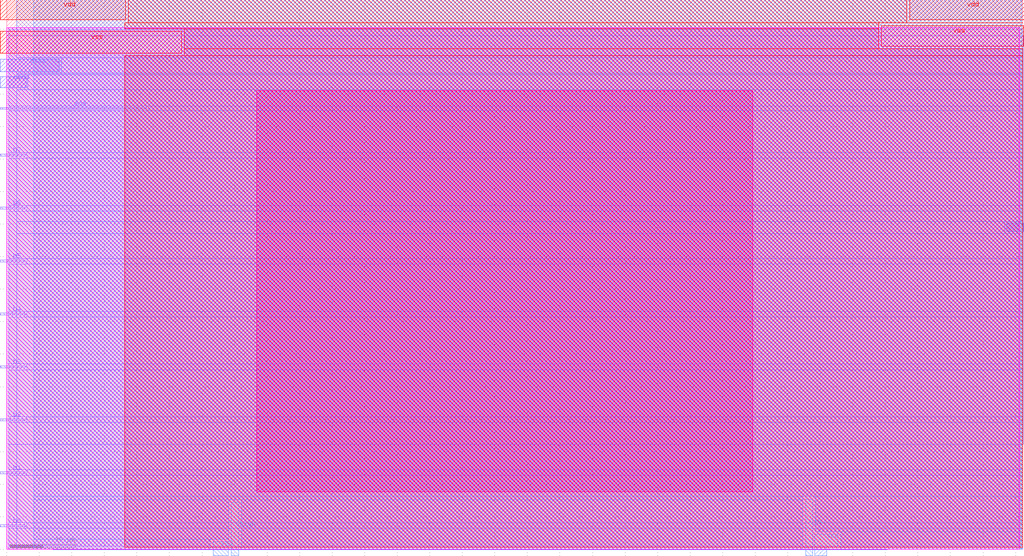
<source format=lef>
VERSION 5.7 ;
  NOWIREEXTENSIONATPIN ON ;
  DIVIDERCHAR "/" ;
  BUSBITCHARS "[]" ;
MACRO sky130_ef_ip__rdac3v_8bit
  CLASS BLOCK ;
  FOREIGN sky130_ef_ip__rdac3v_8bit ;
  ORIGIN 0.000 0.000 ;
  SIZE 156.090 BY 84.505 ;
  PIN b0
    ANTENNAGATEAREA 0.454500 ;
    ANTENNADIFFAREA 0.202500 ;
    PORT
      LAYER met1 ;
        RECT -1.000 3.475 2.825 3.765 ;
    END
  END b0
  PIN b1
    ANTENNAGATEAREA 0.454500 ;
    ANTENNADIFFAREA 0.202500 ;
    PORT
      LAYER met1 ;
        RECT -1.000 11.615 2.825 11.905 ;
    END
  END b1
  PIN b2
    ANTENNAGATEAREA 0.454500 ;
    ANTENNADIFFAREA 0.202500 ;
    PORT
      LAYER met1 ;
        RECT -1.000 19.755 2.825 20.045 ;
    END
  END b2
  PIN b3
    ANTENNAGATEAREA 0.454500 ;
    ANTENNADIFFAREA 0.202500 ;
    PORT
      LAYER met1 ;
        RECT -1.000 27.895 2.825 28.185 ;
    END
  END b3
  PIN b4
    ANTENNAGATEAREA 0.454500 ;
    ANTENNADIFFAREA 0.202500 ;
    PORT
      LAYER met1 ;
        RECT -1.000 36.035 2.825 36.325 ;
    END
  END b4
  PIN b5
    ANTENNAGATEAREA 0.454500 ;
    ANTENNADIFFAREA 0.202500 ;
    PORT
      LAYER met1 ;
        RECT -1.000 44.175 2.825 44.465 ;
    END
  END b5
  PIN b6
    ANTENNAGATEAREA 0.454500 ;
    ANTENNADIFFAREA 0.202500 ;
    PORT
      LAYER met1 ;
        RECT -1.000 52.315 2.825 52.605 ;
    END
  END b6
  PIN b7
    ANTENNAGATEAREA 0.454500 ;
    ANTENNADIFFAREA 0.202500 ;
    PORT
      LAYER met1 ;
        RECT -1.000 60.455 2.825 60.745 ;
    END
  END b7
  PIN out
    ANTENNAGATEAREA 2.400000 ;
    ANTENNADIFFAREA 48.430000 ;
    PORT
      LAYER met2 ;
        RECT 153.635 48.870 156.255 50.145 ;
    END
  END out
  PIN vdd
    ANTENNAGATEAREA 105.000000 ;
    ANTENNADIFFAREA 423.610504 ;
    PORT
      LAYER met4 ;
        RECT -1.000 81.400 18.290 84.500 ;
    END
    PORT
      LAYER met3 ;
        RECT 31.695 -1.000 34.070 1.150 ;
    END
    PORT
      LAYER met4 ;
        RECT 138.710 81.400 156.310 84.500 ;
    END
  END vdd
  PIN vss
    ANTENNAGATEAREA 68.250000 ;
    ANTENNADIFFAREA 76.670097 ;
    PORT
      LAYER met4 ;
        RECT -1.000 76.265 26.870 79.635 ;
    END
    PORT
      LAYER met3 ;
        RECT 124.185 0.330 127.715 2.280 ;
    END
    PORT
      LAYER met4 ;
        RECT 134.400 77.360 156.290 80.545 ;
    END
  END vss
  PIN ena
    ANTENNAGATEAREA 0.702500 ;
    ANTENNADIFFAREA 0.202500 ;
    PORT
      LAYER met1 ;
        RECT -1.000 67.695 21.515 67.875 ;
    END
  END ena
  PIN dvdd
    ANTENNADIFFAREA 7.862400 ;
    PORT
      LAYER met2 ;
        RECT -1.000 70.970 2.985 72.695 ;
    END
  END dvdd
  PIN dvss
    ANTENNADIFFAREA 214.649200 ;
    PORT
      LAYER met2 ;
        RECT -1.000 73.455 8.070 75.350 ;
    END
  END dvss
  PIN Vhigh
    ANTENNADIFFAREA 0.957000 ;
    PORT
      LAYER met3 ;
        RECT 34.480 -1.000 35.665 7.215 ;
    END
  END Vhigh
  PIN Vlow
    ANTENNADIFFAREA 0.957000 ;
    PORT
      LAYER met3 ;
        RECT 122.735 -1.000 123.840 7.715 ;
    END
  END Vlow
  OBS
      LAYER nwell ;
        RECT 0.000 0.000 155.600 80.190 ;
      LAYER li1 ;
        RECT 0.330 78.985 156.090 79.960 ;
        RECT 0.330 16.160 156.215 78.985 ;
        RECT 0.330 0.430 156.090 16.160 ;
      LAYER met1 ;
        RECT 0.330 78.985 156.090 79.970 ;
        RECT 0.330 68.155 156.215 78.985 ;
        RECT 21.795 67.415 156.215 68.155 ;
        RECT 0.330 61.025 156.215 67.415 ;
        RECT 3.105 60.175 156.215 61.025 ;
        RECT 0.330 52.885 156.215 60.175 ;
        RECT 3.105 52.035 156.215 52.885 ;
        RECT 0.330 44.745 156.215 52.035 ;
        RECT 3.105 43.895 156.215 44.745 ;
        RECT 0.330 36.605 156.215 43.895 ;
        RECT 3.105 35.755 156.215 36.605 ;
        RECT 0.330 28.465 156.215 35.755 ;
        RECT 3.105 27.615 156.215 28.465 ;
        RECT 0.330 20.325 156.215 27.615 ;
        RECT 3.105 19.475 156.215 20.325 ;
        RECT 0.330 16.160 156.215 19.475 ;
        RECT 0.330 12.185 156.090 16.160 ;
        RECT 3.105 11.335 156.090 12.185 ;
        RECT 0.330 4.045 156.090 11.335 ;
        RECT 3.105 3.195 156.090 4.045 ;
        RECT 0.330 0.000 156.090 3.195 ;
        RECT 131.370 -0.110 135.250 0.000 ;
      LAYER met2 ;
        RECT 1.520 75.630 155.980 84.505 ;
        RECT 8.350 73.175 155.980 75.630 ;
        RECT 1.520 72.975 155.980 73.175 ;
        RECT 3.265 70.690 155.980 72.975 ;
        RECT 1.520 50.425 155.980 70.690 ;
        RECT 1.520 48.590 153.355 50.425 ;
        RECT 1.520 0.000 155.980 48.590 ;
        RECT 7.160 -0.110 135.250 0.000 ;
      LAYER met3 ;
        RECT 4.130 8.115 155.980 84.505 ;
        RECT 4.130 7.615 122.335 8.115 ;
        RECT 4.130 1.550 34.080 7.615 ;
        RECT 4.130 0.000 31.295 1.550 ;
        RECT 36.065 0.000 122.335 7.615 ;
        RECT 124.240 2.680 155.980 8.115 ;
        RECT 124.185 -1.000 125.985 0.330 ;
        RECT 128.115 0.000 155.980 2.680 ;
      LAYER met4 ;
        RECT 18.690 81.000 138.310 84.500 ;
        RECT 18.160 80.945 156.090 81.000 ;
        RECT 18.160 80.035 134.000 80.945 ;
        RECT 27.270 76.960 134.000 80.035 ;
        RECT 156.290 78.415 156.305 80.545 ;
        RECT 27.270 75.865 156.090 76.960 ;
        RECT 18.160 0.330 156.090 75.865 ;
      LAYER met5 ;
        RECT 38.415 8.850 114.635 70.550 ;
  END
END sky130_ef_ip__rdac3v_8bit
END LIBRARY


</source>
